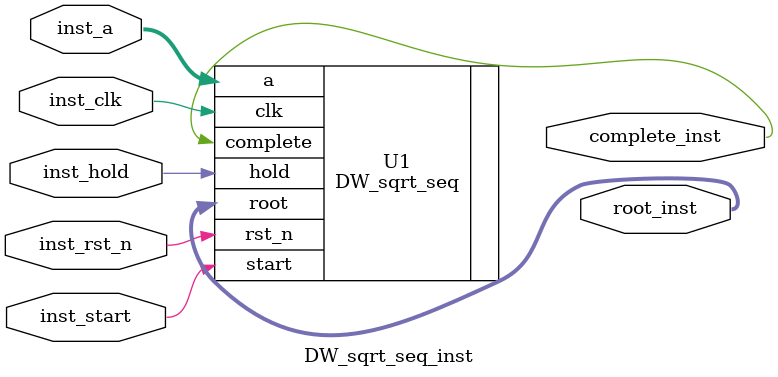
<source format=v>
module DW_sqrt_seq_inst(inst_clk, inst_rst_n, inst_hold, inst_start, inst_a, 
                        complete_inst, root_inst );

  parameter inst_width = 8;
  parameter inst_tc_mode = 0;
  parameter inst_num_cyc = 3;
  parameter inst_rst_mode = 0;
  parameter inst_input_mode = 1;
  parameter inst_output_mode = 1;
  parameter inst_early_start = 0;

  // Please add +incdir+$SYNOPSYS/dw/sim_ver+ to your verilog simulator
  // command line (for simulation).

  input inst_clk;
  input inst_rst_n;
  input inst_hold;
  input inst_start;
  input [inst_width-1 : 0] inst_a;
  output complete_inst;
  output [(inst_width+1)/2-1 : 0] root_inst;

  // Instance of DW_sqrt_seq
  DW_sqrt_seq #(inst_width, inst_tc_mode, inst_num_cyc, inst_rst_mode, 
                inst_input_mode, inst_output_mode, inst_early_start) 
    U1 (.clk(inst_clk),   .rst_n(inst_rst_n),   .hold(inst_hold),
        .start(inst_start),   .a(inst_a),   .complete(complete_inst),
        .root(root_inst) );
endmodule


</source>
